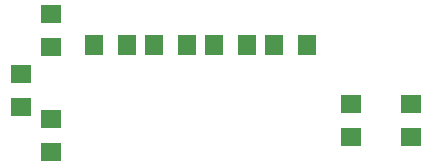
<source format=gtp>
G75*
%MOIN*%
%OFA0B0*%
%FSLAX25Y25*%
%IPPOS*%
%LPD*%
%AMOC8*
5,1,8,0,0,1.08239X$1,22.5*
%
%ADD10R,0.07087X0.06299*%
%ADD11R,0.06299X0.07087*%
D10*
X0493333Y0050488D03*
X0503333Y0046512D03*
X0503333Y0035488D03*
X0603333Y0040488D03*
X0623333Y0040488D03*
X0623333Y0051512D03*
X0603333Y0051512D03*
X0503333Y0070488D03*
X0493333Y0061512D03*
X0503333Y0081512D03*
D11*
X0517822Y0071000D03*
X0528845Y0071000D03*
X0537822Y0071000D03*
X0548845Y0071000D03*
X0557822Y0071000D03*
X0568845Y0071000D03*
X0577822Y0071000D03*
X0588845Y0071000D03*
M02*

</source>
